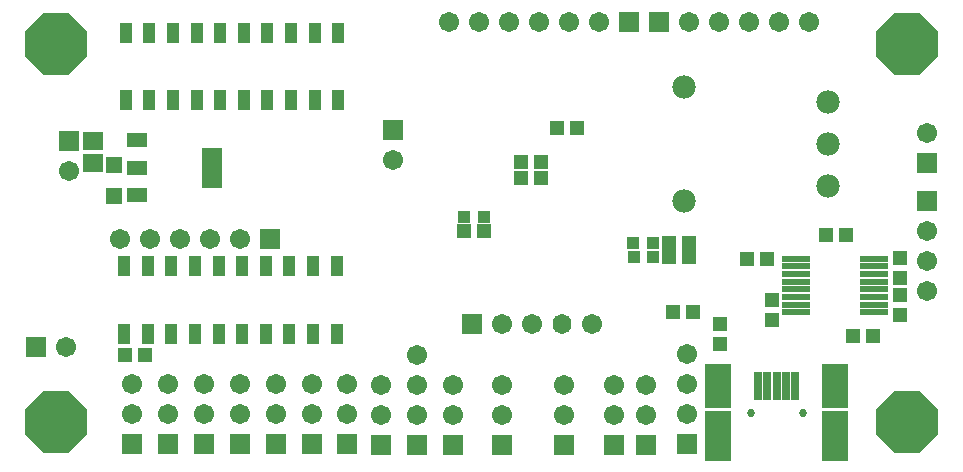
<source format=gts>
%FSAX24Y24*%
%MOIN*%
G70*
G01*
G75*
G04 Layer_Color=8388736*
%ADD10R,0.0433X0.0394*%
%ADD11R,0.0394X0.0433*%
%ADD12R,0.0315X0.0315*%
%ADD13R,0.0846X0.0157*%
%ADD14R,0.0846X0.0157*%
%ADD15R,0.0472X0.0472*%
%ADD16R,0.0591X0.1299*%
%ADD17R,0.0591X0.0394*%
%ADD18R,0.0197X0.0886*%
%ADD19R,0.0807X0.1575*%
%ADD20R,0.0807X0.1378*%
%ADD21R,0.0807X0.1378*%
%ADD22R,0.0315X0.0591*%
%ADD23R,0.0591X0.0512*%
%ADD24C,0.0100*%
%ADD25C,0.0150*%
%ADD26C,0.0080*%
%ADD27C,0.0350*%
%ADD28C,0.0250*%
%ADD29C,0.0200*%
%ADD30C,0.0591*%
%ADD31R,0.0591X0.0591*%
%ADD32R,0.0591X0.0591*%
%ADD33P,0.2131X8X22.5*%
%ADD34C,0.0700*%
%ADD35O,0.0551X0.0591*%
%ADD36C,0.0500*%
%ADD37C,0.0472*%
%ADD38C,0.0315*%
%ADD39C,0.0276*%
%ADD40C,0.0350*%
%ADD41C,0.0354*%
%ADD42R,0.0787X0.0945*%
%ADD43R,0.0472X0.0354*%
%ADD44O,0.0551X0.0110*%
%ADD45R,0.0551X0.0110*%
%ADD46O,0.0110X0.0551*%
%ADD47O,0.0551X0.0110*%
%ADD48R,0.0433X0.0157*%
%ADD49O,0.0433X0.0157*%
%ADD50R,0.0315X0.0354*%
%ADD51R,0.0354X0.0236*%
%ADD52C,0.0070*%
%ADD53C,0.0090*%
%ADD54C,0.0098*%
%ADD55C,0.0079*%
%ADD56C,0.0050*%
%ADD57C,0.0197*%
%ADD58C,0.0120*%
%ADD59R,0.0513X0.0474*%
%ADD60R,0.0474X0.0513*%
%ADD61R,0.0395X0.0395*%
%ADD62R,0.0926X0.0237*%
%ADD63R,0.0926X0.0237*%
%ADD64R,0.0552X0.0552*%
%ADD65R,0.0671X0.1379*%
%ADD66R,0.0671X0.0474*%
%ADD67R,0.0277X0.0966*%
%ADD68R,0.0887X0.1655*%
%ADD69R,0.0887X0.1458*%
%ADD70R,0.0887X0.1458*%
%ADD71R,0.0395X0.0671*%
%ADD72R,0.0671X0.0592*%
%ADD73C,0.0671*%
%ADD74R,0.0671X0.0671*%
%ADD75R,0.0671X0.0671*%
%ADD76P,0.2217X8X22.5*%
%ADD77C,0.0780*%
%ADD78O,0.0631X0.0671*%
%ADD79C,0.0274*%
D59*
X052715Y021970D02*
D03*
X052045D02*
D03*
X047485Y021730D02*
D03*
X046815D02*
D03*
X047485Y021240D02*
D03*
X046815D02*
D03*
X053615Y018620D02*
D03*
X052945D02*
D03*
X043085Y025540D02*
D03*
X043755D02*
D03*
X042545Y023900D02*
D03*
X041875D02*
D03*
X047615Y019420D02*
D03*
X046945D02*
D03*
X039965Y022120D02*
D03*
X040635D02*
D03*
X042545Y024410D02*
D03*
X041875D02*
D03*
X029335Y017970D02*
D03*
X028665D02*
D03*
X049395Y021200D02*
D03*
X050065D02*
D03*
D60*
X054520Y019305D02*
D03*
Y019975D02*
D03*
X050230Y019155D02*
D03*
Y019825D02*
D03*
X054520Y020535D02*
D03*
Y021205D02*
D03*
X048490Y019005D02*
D03*
Y018335D02*
D03*
D61*
X045615Y021730D02*
D03*
X046265D02*
D03*
X045625Y021240D02*
D03*
X046275D02*
D03*
X039985Y022580D02*
D03*
X040635D02*
D03*
D62*
X053629Y019404D02*
D03*
D63*
Y019660D02*
D03*
Y019916D02*
D03*
Y020172D02*
D03*
Y020428D02*
D03*
Y020684D02*
D03*
Y020940D02*
D03*
Y021196D02*
D03*
X051051Y019404D02*
D03*
Y019660D02*
D03*
Y019916D02*
D03*
Y020172D02*
D03*
Y020428D02*
D03*
Y020684D02*
D03*
Y020940D02*
D03*
Y021196D02*
D03*
D64*
X028290Y024302D02*
D03*
Y023278D02*
D03*
D65*
X031560Y024230D02*
D03*
D66*
X029080Y023324D02*
D03*
Y024230D02*
D03*
Y025136D02*
D03*
D67*
X050705Y016951D02*
D03*
X051020D02*
D03*
X049760D02*
D03*
X050075D02*
D03*
X050390D02*
D03*
D68*
X048451Y015287D02*
D03*
X052329Y015287D02*
D03*
D69*
X048451Y016961D02*
D03*
D70*
X052329D02*
D03*
D71*
X028693Y026470D02*
D03*
X029481D02*
D03*
X030268D02*
D03*
X031056D02*
D03*
X031843D02*
D03*
X032630D02*
D03*
X033418D02*
D03*
X034205D02*
D03*
X034993D02*
D03*
X035780D02*
D03*
X028693Y028720D02*
D03*
X029481D02*
D03*
X030268D02*
D03*
X031056D02*
D03*
X031843D02*
D03*
X032630D02*
D03*
X033418D02*
D03*
X034205D02*
D03*
X034993D02*
D03*
X035780D02*
D03*
X035730Y020940D02*
D03*
X034943D02*
D03*
X034155D02*
D03*
X033368D02*
D03*
X032580D02*
D03*
X031793D02*
D03*
X031006D02*
D03*
X030218D02*
D03*
X029431D02*
D03*
X028643D02*
D03*
X035730Y018690D02*
D03*
X034943D02*
D03*
X034155D02*
D03*
X033368D02*
D03*
X032580D02*
D03*
X031793D02*
D03*
X031006D02*
D03*
X030218D02*
D03*
X029431D02*
D03*
X028643D02*
D03*
D72*
X027590Y024386D02*
D03*
Y025134D02*
D03*
D73*
X028500Y021850D02*
D03*
X029500D02*
D03*
X030500D02*
D03*
X031500D02*
D03*
X032500D02*
D03*
X044980Y017000D02*
D03*
Y016000D02*
D03*
X046030Y017000D02*
D03*
Y016000D02*
D03*
X043310Y017000D02*
D03*
Y016000D02*
D03*
X034900Y017010D02*
D03*
Y016010D02*
D03*
X037220Y016000D02*
D03*
Y017000D02*
D03*
X036060Y017010D02*
D03*
Y016010D02*
D03*
X033705Y016018D02*
D03*
Y017018D02*
D03*
X032505D02*
D03*
Y016018D02*
D03*
X031305D02*
D03*
Y017018D02*
D03*
X030105D02*
D03*
Y016018D02*
D03*
X028905D02*
D03*
Y017018D02*
D03*
X039600Y016000D02*
D03*
Y017000D02*
D03*
X055400Y025390D02*
D03*
X026810Y024130D02*
D03*
X055400Y020120D02*
D03*
Y021120D02*
D03*
Y022120D02*
D03*
X041250Y017000D02*
D03*
Y016000D02*
D03*
X044250Y019030D02*
D03*
X042250D02*
D03*
X041250D02*
D03*
X026710Y018240D02*
D03*
X037600Y024470D02*
D03*
X044460Y029100D02*
D03*
X043460D02*
D03*
X042460D02*
D03*
X041460Y029100D02*
D03*
X040460Y029100D02*
D03*
X039460D02*
D03*
X047390Y018030D02*
D03*
Y017030D02*
D03*
Y016030D02*
D03*
X038400Y018000D02*
D03*
Y017000D02*
D03*
Y016000D02*
D03*
X047470Y029100D02*
D03*
X048470D02*
D03*
X049470D02*
D03*
X050470Y029100D02*
D03*
X051470Y029100D02*
D03*
D74*
X033500Y021850D02*
D03*
X040250Y019030D02*
D03*
X025710Y018240D02*
D03*
X045460Y029100D02*
D03*
X046470D02*
D03*
D75*
X044980Y015000D02*
D03*
X046030D02*
D03*
X043310D02*
D03*
X034900Y015010D02*
D03*
X037220Y015000D02*
D03*
X036060Y015010D02*
D03*
X033705Y015018D02*
D03*
X032505D02*
D03*
X031305D02*
D03*
X030105D02*
D03*
X028905D02*
D03*
X039600Y015000D02*
D03*
X055400Y024390D02*
D03*
X026810Y025130D02*
D03*
X055400Y023120D02*
D03*
X041250Y015000D02*
D03*
X037600Y025470D02*
D03*
X047390Y015030D02*
D03*
X038400Y015000D02*
D03*
D76*
X026378Y028346D02*
D03*
X054724Y015748D02*
D03*
X026378D02*
D03*
X054724Y028346D02*
D03*
D77*
X052090Y023630D02*
D03*
X047290Y023130D02*
D03*
Y026930D02*
D03*
X052090Y025030D02*
D03*
Y026430D02*
D03*
D78*
X043250Y019030D02*
D03*
D79*
X049524Y016035D02*
D03*
X051256D02*
D03*
M02*

</source>
